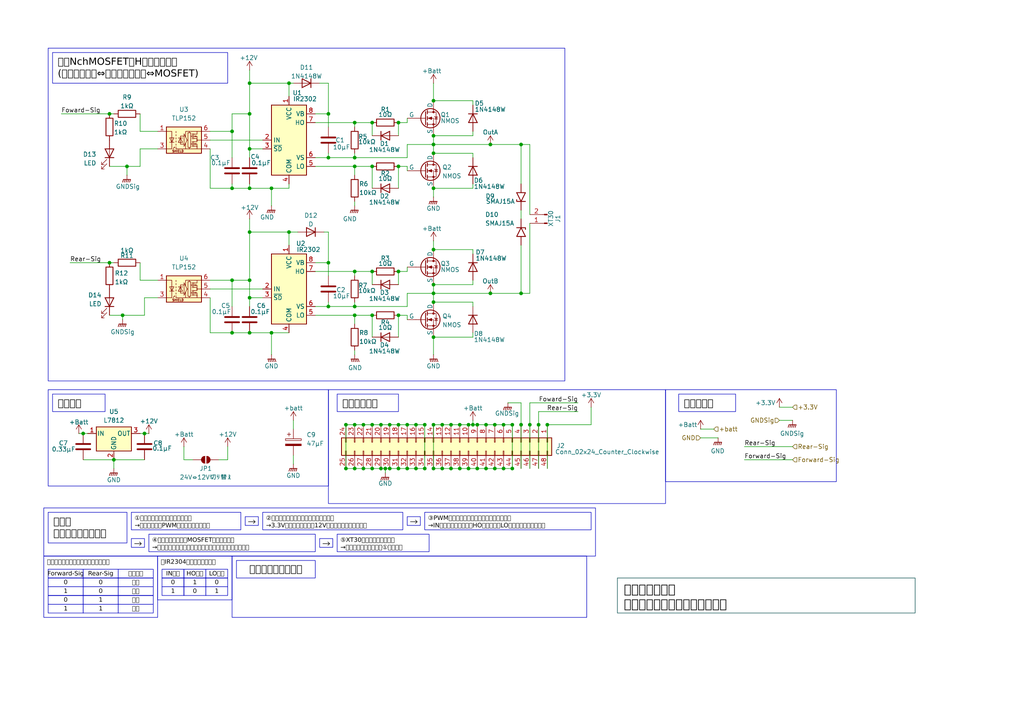
<source format=kicad_sch>
(kicad_sch (version 20231120) (generator "eeschema") (generator_version "8.0")
  (paper "A4")
  (lib_symbols
    (symbol "Connector:Conn_01x02_Pin" (pin_names (offset 1.016) hide)
      (property "Reference" "J" (at 0 2.54 0))
      (property "Value" "Conn_01x02_Pin" (at 0 -5.08 0))
      (symbol "Conn_01x02_Pin_1_1"
        (pin passive line (at 5.08 0 180) (length 3.81) (name "Pin_1") (number "1"))
        (pin passive line (at 5.08 -2.54 180) (length 3.81) (name "Pin_2") (number "2"))
      )
    )
    (symbol "Connector_Generic:Conn_02x24_Counter_Clockwise" (pin_names (offset 1.016) hide)
      (property "Reference" "J" (at 1.27 30.48 0))
      (property "Value" "Conn_02x24_Counter_Clockwise" (at 1.27 -33.02 0))
      (symbol "Conn_02x24_Counter_Clockwise_1_1"
        (pin passive line (at -5.08 27.94 0) (length 3.81) (name "Pin_1") (number "1"))
        (pin passive line (at -5.08 5.08 0) (length 3.81) (name "Pin_10") (number "10"))
        (pin passive line (at -5.08 2.54 0) (length 3.81) (name "Pin_11") (number "11"))
        (pin passive line (at -5.08 0 0) (length 3.81) (name "Pin_12") (number "12"))
        (pin passive line (at -5.08 -2.54 0) (length 3.81) (name "Pin_13") (number "13"))
        (pin passive line (at -5.08 -5.08 0) (length 3.81) (name "Pin_14") (number "14"))
        (pin passive line (at -5.08 -7.62 0) (length 3.81) (name "Pin_15") (number "15"))
        (pin passive line (at -5.08 -10.16 0) (length 3.81) (name "Pin_16") (number "16"))
        (pin passive line (at -5.08 -12.7 0) (length 3.81) (name "Pin_17") (number "17"))
        (pin passive line (at -5.08 -15.24 0) (length 3.81) (name "Pin_18") (number "18"))
        (pin passive line (at -5.08 -17.78 0) (length 3.81) (name "Pin_19") (number "19"))
        (pin passive line (at -5.08 25.4 0) (length 3.81) (name "Pin_2") (number "2"))
        (pin passive line (at -5.08 -20.32 0) (length 3.81) (name "Pin_20") (number "20"))
        (pin passive line (at -5.08 -22.86 0) (length 3.81) (name "Pin_21") (number "21"))
        (pin passive line (at -5.08 -25.4 0) (length 3.81) (name "Pin_22") (number "22"))
        (pin passive line (at -5.08 -27.94 0) (length 3.81) (name "Pin_23") (number "23"))
        (pin passive line (at -5.08 -30.48 0) (length 3.81) (name "Pin_24") (number "24"))
        (pin passive line (at 7.62 -30.48 180) (length 3.81) (name "Pin_25") (number "25"))
        (pin passive line (at 7.62 -27.94 180) (length 3.81) (name "Pin_26") (number "26"))
        (pin passive line (at 7.62 -25.4 180) (length 3.81) (name "Pin_27") (number "27"))
        (pin passive line (at 7.62 -22.86 180) (length 3.81) (name "Pin_28") (number "28"))
        (pin passive line (at 7.62 -20.32 180) (length 3.81) (name "Pin_29") (number "29"))
        (pin passive line (at -5.08 22.86 0) (length 3.81) (name "Pin_3") (number "3"))
        (pin passive line (at 7.62 -17.78 180) (length 3.81) (name "Pin_30") (number "30"))
        (pin passive line (at 7.62 -15.24 180) (length 3.81) (name "Pin_31") (number "31"))
        (pin passive line (at 7.62 -12.7 180) (length 3.81) (name "Pin_32") (number "32"))
        (pin passive line (at 7.62 -10.16 180) (length 3.81) (name "Pin_33") (number "33"))
        (pin passive line (at 7.62 -7.62 180) (length 3.81) (name "Pin_34") (number "34"))
        (pin passive line (at 7.62 -5.08 180) (length 3.81) (name "Pin_35") (number "35"))
        (pin passive line (at 7.62 -2.54 180) (length 3.81) (name "Pin_36") (number "36"))
        (pin passive line (at 7.62 0 180) (length 3.81) (name "Pin_37") (number "37"))
        (pin passive line (at 7.62 2.54 180) (length 3.81) (name "Pin_38") (number "38"))
        (pin passive line (at 7.62 5.08 180) (length 3.81) (name "Pin_39") (number "39"))
        (pin passive line (at -5.08 20.32 0) (length 3.81) (name "Pin_4") (number "4"))
        (pin passive line (at 7.62 7.62 180) (length 3.81) (name "Pin_40") (number "40"))
        (pin passive line (at 7.62 10.16 180) (length 3.81) (name "Pin_41") (number "41"))
        (pin passive line (at 7.62 12.7 180) (length 3.81) (name "Pin_42") (number "42"))
        (pin passive line (at 7.62 15.24 180) (length 3.81) (name "Pin_43") (number "43"))
        (pin passive line (at 7.62 17.78 180) (length 3.81) (name "Pin_44") (number "44"))
        (pin passive line (at 7.62 20.32 180) (length 3.81) (name "Pin_45") (number "45"))
        (pin passive line (at 7.62 22.86 180) (length 3.81) (name "Pin_46") (number "46"))
        (pin passive line (at 7.62 25.4 180) (length 3.81) (name "Pin_47") (number "47"))
        (pin passive line (at 7.62 27.94 180) (length 3.81) (name "Pin_48") (number "48"))
        (pin passive line (at -5.08 17.78 0) (length 3.81) (name "Pin_5") (number "5"))
        (pin passive line (at -5.08 15.24 0) (length 3.81) (name "Pin_6") (number "6"))
        (pin passive line (at -5.08 12.7 0) (length 3.81) (name "Pin_7") (number "7"))
        (pin passive line (at -5.08 10.16 0) (length 3.81) (name "Pin_8") (number "8"))
        (pin passive line (at -5.08 7.62 0) (length 3.81) (name "Pin_9") (number "9"))
      )
    )
    (symbol "Device:C" (pin_numbers hide) (pin_names (offset 0.254))
      (property "Reference" "C" (at 0.635 2.54 0))
      (property "Value" "C" (at 0.635 -2.54 0))
      (symbol "C_1_1"
        (pin passive line (at 0 3.81 270) (length 2.794) (name "~") (number "1"))
        (pin passive line (at 0 -3.81 90) (length 2.794) (name "~") (number "2"))
      )
    )
    (symbol "Device:C_Polarized" (pin_numbers hide) (pin_names (offset 0.254))
      (property "Reference" "C" (at 0.635 2.54 0))
      (property "Value" "C_Polarized" (at 0.635 -2.54 0))
      (symbol "C_Polarized_1_1"
        (pin passive line (at 0 3.81 270) (length 2.794) (name "~") (number "1"))
        (pin passive line (at 0 -3.81 90) (length 2.794) (name "~") (number "2"))
      )
    )
    (symbol "Device:D" (pin_numbers hide) (pin_names (offset 1.016) hide)
      (property "Reference" "D" (at 0 2.54 0))
      (property "Value" "D" (at 0 -2.54 0))
      (symbol "D_1_1"
        (pin passive line (at -3.81 0 0) (length 2.54) (name "K") (number "1"))
        (pin passive line (at 3.81 0 180) (length 2.54) (name "A") (number "2"))
      )
    )
    (symbol "Device:LED" (pin_numbers hide) (pin_names (offset 1.016) hide)
      (property "Reference" "D" (at 0 2.54 0))
      (property "Value" "LED" (at 0 -2.54 0))
      (symbol "LED_1_1"
        (pin passive line (at -3.81 0 0) (length 2.54) (name "K") (number "1"))
        (pin passive line (at 3.81 0 180) (length 2.54) (name "A") (number "2"))
      )
    )
    (symbol "Device:R" (pin_numbers hide) (pin_names (offset 0))
      (property "Reference" "R" (at 2.032 0 90))
      (property "Value" "R" (at 0 0 90))
      (symbol "R_1_1"
        (pin passive line (at 0 3.81 270) (length 1.27) (name "~") (number "1"))
        (pin passive line (at 0 -3.81 90) (length 1.27) (name "~") (number "2"))
      )
    )
    (symbol "Diode:SMAJ15A" (pin_numbers hide) (pin_names (offset 1.016) hide)
      (property "Reference" "D" (at 0 2.54 0))
      (property "Value" "SMAJ15A" (at 0 -2.54 0))
      (symbol "SMAJ15A_1_1"
        (pin passive line (at -3.81 0 0) (length 2.54) (name "A1") (number "1"))
        (pin passive line (at 3.81 0 180) (length 2.54) (name "A2") (number "2"))
      )
    )
    (symbol "Driver_FET:IR2302"
      (property "Reference" "U" (at 1.27 13.335 0))
      (property "Value" "IR2302" (at 1.27 11.43 0))
      (symbol "IR2302_1_1"
        (pin power_in line (at 0 12.7 270) (length 2.54) (name "VCC") (number "1"))
        (pin input line (at -7.62 0 0) (length 2.54) (name "IN") (number "2"))
        (pin input line (at -7.62 -2.54 0) (length 2.54) (name "~{SD}") (number "3"))
        (pin power_in line (at 0 -12.7 90) (length 2.54) (name "COM") (number "4"))
        (pin output line (at 7.62 -7.62 180) (length 2.54) (name "LO") (number "5"))
        (pin passive line (at 7.62 -5.08 180) (length 2.54) (name "VS") (number "6"))
        (pin output line (at 7.62 5.08 180) (length 2.54) (name "HO") (number "7"))
        (pin passive line (at 7.62 7.62 180) (length 2.54) (name "VB") (number "8"))
      )
    )
    (symbol "Isolator_additional:TLP152"
      (property "Reference" "U" (at -5.08 4.953 0))
      (property "Value" "TLP152" (at -5.08 -5.08 0))
      (symbol "TLP152_0_0"
        (text "SHIELD" (at -1.7272 -3.2004 0) (effects (font (size 0.635 0.635))))
      )
      (symbol "TLP152_1_1"
        (pin passive line (at -7.62 2.54 0) (length 2.54) (name "~") (number "1"))
        (pin passive line (at -7.62 -2.54 0) (length 2.54) (name "~") (number "3"))
        (pin power_in line (at 7.62 -2.54 180) (length 2.54) (name "~") (number "4"))
        (pin output line (at 7.62 0 180) (length 2.54) (name "~") (number "5"))
        (pin power_in line (at 7.62 2.54 180) (length 2.54) (name "~") (number "6"))
      )
    )
    (symbol "Jumper:SolderJumper_2_Open" (pin_numbers hide) (pin_names (offset 0) hide) (exclude_from_sim yes) (in_bom no)
      (property "Reference" "JP" (at 0 2.032 0))
      (property "Value" "SolderJumper_2_Open" (at 0 -2.54 0))
      (symbol "SolderJumper_2_Open_1_1"
        (pin passive line (at -3.81 0 0) (length 2.54) (name "A") (number "1"))
        (pin passive line (at 3.81 0 180) (length 2.54) (name "B") (number "2"))
      )
    )
    (symbol "Regulator_Linear:L7812" (pin_names (offset 0.254))
      (property "Reference" "U" (at -3.81 3.175 0))
      (property "Value" "L7812" (at 0 3.175 0))
      (symbol "L7812_1_1"
        (pin power_in line (at -7.62 0 0) (length 2.54) (name "IN") (number "1"))
        (pin power_in line (at 0 -7.62 90) (length 2.54) (name "GND") (number "2"))
        (pin power_out line (at 7.62 0 180) (length 2.54) (name "OUT") (number "3"))
      )
    )
    (symbol "Simulation_SPICE:NMOS" (pin_numbers hide) (pin_names (offset 0))
      (property "Reference" "Q" (at 5.08 1.27 0))
      (property "Value" "NMOS" (at 5.08 -1.27 0))
      (symbol "NMOS_1_1"
        (pin passive line (at 2.54 5.08 270) (length 2.54) (name "D") (number "1"))
        (pin input line (at -5.08 0 0) (length 2.54) (name "G") (number "2"))
        (pin passive line (at 2.54 -5.08 90) (length 2.54) (name "S") (number "3"))
      )
    )
    (symbol "power:+3.3V" (power) (pin_numbers hide) (pin_names (offset 0) hide)
      (property "Value" "+3.3V" (at 0 3.556 0))
      (symbol "+3.3V_1_1"
        (pin power_in line (at 0 0 90) (length 0) (name "~") (number "1"))
      )
    )
    (symbol "power:GNDPWR" (power) (pin_numbers hide) (pin_names (offset 0) hide)
      (property "Value" "GNDPWR" (at 0 -3.302 0))
      (symbol "GNDPWR_1_1"
        (pin power_in line (at 0 0 270) (length 0) (name "~") (number "1"))
      )
    )
    (symbol "power:VCC" (power) (pin_numbers hide) (pin_names (offset 0) hide)
      (property "Value" "VCC" (at 0 3.556 0))
      (symbol "VCC_1_1"
        (pin power_in line (at 0 0 90) (length 0) (name "~") (number "1"))
      )
    )
  )
  (junction (at 133.35 123.19))
  (junction (at 115.57 78.74))
  (junction (at 123.19 123.19))
  (junction (at 67.31 38.1))
  (junction (at 113.03 135.89))
  (junction (at 67.31 96.52))
  (junction (at 118.11 135.89))
  (junction (at 118.11 123.19))
  (junction (at 125.73 87.63))
  (junction (at 146.05 123.19))
  (junction (at 125.73 44.45))
  (junction (at 72.39 96.52))
  (junction (at 107.95 123.19))
  (junction (at 41.91 125.73))
  (junction (at 151.13 41.91))
  (junction (at 125.73 54.61))
  (junction (at 105.41 135.89))
  (junction (at 128.27 135.89))
  (junction (at 128.27 123.19))
  (junction (at 120.65 135.89))
  (junction (at 113.03 123.19))
  (junction (at 110.49 135.89))
  (junction (at 31.75 76.2))
  (junction (at 36.83 48.26))
  (junction (at 95.25 33.02))
  (junction (at 67.31 81.28))
  (junction (at 151.13 85.09))
  (junction (at 135.89 123.19))
  (junction (at 107.95 78.74))
  (junction (at 72.39 81.28))
  (junction (at 102.87 135.89))
  (junction (at 135.89 135.89))
  (junction (at 105.41 123.19))
  (junction (at 115.57 135.89))
  (junction (at 110.49 123.19))
  (junction (at 35.56 91.44))
  (junction (at 102.87 48.26))
  (junction (at 142.24 85.09))
  (junction (at 125.73 135.89))
  (junction (at 83.82 67.31))
  (junction (at 146.05 135.89))
  (junction (at 107.95 48.26))
  (junction (at 125.73 85.09))
  (junction (at 125.73 41.91))
  (junction (at 95.25 88.9))
  (junction (at 125.73 72.39))
  (junction (at 133.35 135.89))
  (junction (at 143.51 135.89))
  (junction (at 72.39 24.13))
  (junction (at 111.76 135.89))
  (junction (at 100.33 123.19))
  (junction (at 72.39 86.36))
  (junction (at 78.74 96.52))
  (junction (at 130.81 123.19))
  (junction (at 24.13 125.73))
  (junction (at 115.57 123.19))
  (junction (at 156.21 123.19))
  (junction (at 140.97 135.89))
  (junction (at 125.73 123.19))
  (junction (at 120.65 123.19))
  (junction (at 102.87 91.44))
  (junction (at 33.02 133.35))
  (junction (at 102.87 123.19))
  (junction (at 140.97 123.19))
  (junction (at 148.59 123.19))
  (junction (at 102.87 88.9))
  (junction (at 67.31 54.61))
  (junction (at 153.67 123.19))
  (junction (at 158.75 123.19))
  (junction (at 143.51 123.19))
  (junction (at 115.57 48.26))
  (junction (at 138.43 123.19))
  (junction (at 107.95 91.44))
  (junction (at 125.73 97.79))
  (junction (at 107.95 35.56))
  (junction (at 115.57 35.56))
  (junction (at 102.87 78.74))
  (junction (at 95.25 76.2))
  (junction (at 78.74 54.61))
  (junction (at 72.39 33.02))
  (junction (at 31.75 33.02))
  (junction (at 102.87 45.72))
  (junction (at 72.39 67.31))
  (junction (at 95.25 45.72))
  (junction (at 100.33 135.89))
  (junction (at 125.73 82.55))
  (junction (at 151.13 123.19))
  (junction (at 142.24 41.91))
  (junction (at 107.95 135.89))
  (junction (at 125.73 39.37))
  (junction (at 83.82 24.13))
  (junction (at 148.59 135.89))
  (junction (at 72.39 43.18))
  (junction (at 130.81 135.89))
  (junction (at 138.43 135.89))
  (junction (at 123.19 135.89))
  (junction (at 125.73 29.21))
  (junction (at 72.39 54.61))
  (junction (at 137.16 123.19))
  (junction (at 102.87 35.56))
  (junction (at 115.57 91.44))
  (wire (pts (xy 151.13 60.96) (xy 151.13 63.5)))
  (wire (pts (xy 156.21 119.38) (xy 156.21 123.19)))
  (wire (pts (xy 17.78 33.02) (xy 31.75 33.02)))
  (wire (pts (xy 142.24 85.09) (xy 151.13 85.09)))
  (wire (pts (xy 40.64 33.02) (xy 40.64 38.1)))
  (wire (pts (xy 123.19 135.89) (xy 120.65 135.89)))
  (wire (pts (xy 24.13 133.35) (xy 33.02 133.35)))
  (wire (pts (xy 40.64 38.1) (xy 45.72 38.1)))
  (wire (pts (xy 105.41 135.89) (xy 102.87 135.89)))
  (wire (pts (xy 83.82 27.94) (xy 83.82 24.13)))
  (wire (pts (xy 85.09 132.08) (xy 85.09 134.62)))
  (wire (pts (xy 148.59 123.19) (xy 148.59 135.89)))
  (wire (pts (xy 143.51 123.19) (xy 140.97 123.19)))
  (wire (pts (xy 110.49 123.19) (xy 107.95 123.19)))
  (wire (pts (xy 111.76 137.16) (xy 111.76 135.89)))
  (wire (pts (xy 40.64 43.18) (xy 40.64 48.26)))
  (wire (pts (xy 135.89 135.89) (xy 133.35 135.89)))
  (wire (pts (xy 137.16 44.45) (xy 125.73 44.45)))
  (wire (pts (xy 102.87 93.98) (xy 102.87 91.44)))
  (wire (pts (xy 138.43 135.89) (xy 135.89 135.89)))
  (wire (pts (xy 31.75 91.44) (xy 35.56 91.44)))
  (wire (pts (xy 171.45 118.11) (xy 171.45 123.19)))
  (wire (pts (xy 92.71 24.13) (xy 95.25 24.13)))
  (wire (pts (xy 102.87 35.56) (xy 107.95 35.56)))
  (wire (pts (xy 151.13 85.09) (xy 153.67 85.09)))
  (wire (pts (xy 102.87 44.45) (xy 102.87 45.72)))
  (wire (pts (xy 115.57 135.89) (xy 113.03 135.89)))
  (wire (pts (xy 153.67 116.84) (xy 153.67 123.19)))
  (wire (pts (xy 125.73 41.91) (xy 142.24 41.91)))
  (wire (pts (xy 91.44 91.44) (xy 102.87 91.44)))
  (wire (pts (xy 107.95 123.19) (xy 105.41 123.19)))
  (wire (pts (xy 137.16 97.79) (xy 125.73 97.79)))
  (wire (pts (xy 226.06 121.92) (xy 229.87 121.92)))
  (wire (pts (xy 63.5 133.35) (xy 66.04 133.35)))
  (wire (pts (xy 78.74 54.61) (xy 78.74 59.69)))
  (wire (pts (xy 100.33 123.19) (xy 100.33 135.89)))
  (wire (pts (xy 72.39 33.02) (xy 72.39 24.13)))
  (wire (pts (xy 137.16 87.63) (xy 125.73 87.63)))
  (wire (pts (xy 111.76 135.89) (xy 110.49 135.89)))
  (wire (pts (xy 137.16 53.34) (xy 137.16 54.61)))
  (wire (pts (xy 133.35 135.89) (xy 130.81 135.89)))
  (wire (pts (xy 72.39 63.5) (xy 72.39 67.31)))
  (wire (pts (xy 107.95 35.56) (xy 107.95 39.37)))
  (wire (pts (xy 83.82 71.12) (xy 83.82 67.31)))
  (wire (pts (xy 102.87 78.74) (xy 102.87 80.01)))
  (wire (pts (xy 91.44 78.74) (xy 102.87 78.74)))
  (wire (pts (xy 102.87 91.44) (xy 107.95 91.44)))
  (wire (pts (xy 20.32 76.2) (xy 31.75 76.2)))
  (wire (pts (xy 115.57 91.44) (xy 118.11 91.44)))
  (wire (pts (xy 72.39 67.31) (xy 72.39 81.28)))
  (wire (pts (xy 167.64 116.84) (xy 153.67 116.84)))
  (wire (pts (xy 151.13 41.91) (xy 153.67 41.91)))
  (wire (pts (xy 137.16 88.9) (xy 137.16 87.63)))
  (wire (pts (xy 102.87 78.74) (xy 107.95 78.74)))
  (wire (pts (xy 95.25 76.2) (xy 95.25 80.01)))
  (wire (pts (xy 140.97 123.19) (xy 138.43 123.19)))
  (wire (pts (xy 137.16 39.37) (xy 125.73 39.37)))
  (wire (pts (xy 118.11 78.74) (xy 118.11 77.47)))
  (wire (pts (xy 125.73 41.91) (xy 125.73 44.45)))
  (wire (pts (xy 115.57 35.56) (xy 115.57 39.37)))
  (wire (pts (xy 40.64 81.28) (xy 40.64 76.2)))
  (wire (pts (xy 153.67 123.19) (xy 153.67 135.89)))
  (wire (pts (xy 137.16 121.92) (xy 137.16 123.19)))
  (wire (pts (xy 66.04 129.54) (xy 66.04 133.35)))
  (wire (pts (xy 118.11 41.91) (xy 125.73 41.91)))
  (wire (pts (xy 158.75 123.19) (xy 158.75 135.89)))
  (wire (pts (xy 118.11 85.09) (xy 125.73 85.09)))
  (wire (pts (xy 151.13 71.12) (xy 151.13 85.09)))
  (wire (pts (xy 67.31 81.28) (xy 67.31 88.9)))
  (wire (pts (xy 137.16 123.19) (xy 135.89 123.19)))
  (wire (pts (xy 72.39 81.28) (xy 67.31 81.28)))
  (wire (pts (xy 60.96 40.64) (xy 76.2 40.64)))
  (wire (pts (xy 133.35 123.19) (xy 130.81 123.19)))
  (wire (pts (xy 107.95 78.74) (xy 107.95 82.55)))
  (wire (pts (xy 143.51 135.89) (xy 140.97 135.89)))
  (wire (pts (xy 137.16 38.1) (xy 137.16 39.37)))
  (wire (pts (xy 67.31 33.02) (xy 72.39 33.02)))
  (wire (pts (xy 118.11 123.19) (xy 115.57 123.19)))
  (wire (pts (xy 102.87 50.8) (xy 102.87 48.26)))
  (wire (pts (xy 137.16 82.55) (xy 125.73 82.55)))
  (wire (pts (xy 72.39 43.18) (xy 72.39 33.02)))
  (wire (pts (xy 128.27 123.19) (xy 125.73 123.19)))
  (wire (pts (xy 146.05 123.19) (xy 143.51 123.19)))
  (wire (pts (xy 95.25 33.02) (xy 95.25 36.83)))
  (wire (pts (xy 167.64 119.38) (xy 156.21 119.38)))
  (wire (pts (xy 115.57 123.19) (xy 113.03 123.19)))
  (wire (pts (xy 203.2 127) (xy 208.28 127)))
  (wire (pts (xy 72.39 67.31) (xy 83.82 67.31)))
  (wire (pts (xy 53.34 133.35) (xy 55.88 133.35)))
  (wire (pts (xy 85.09 121.92) (xy 85.09 124.46)))
  (wire (pts (xy 118.11 48.26) (xy 118.11 49.53)))
  (wire (pts (xy 72.39 45.72) (xy 72.39 43.18)))
  (wire (pts (xy 151.13 123.19) (xy 151.13 135.89)))
  (wire (pts (xy 102.87 48.26) (xy 107.95 48.26)))
  (wire (pts (xy 118.11 135.89) (xy 115.57 135.89)))
  (wire (pts (xy 36.83 48.26) (xy 40.64 48.26)))
  (wire (pts (xy 125.73 123.19) (xy 125.73 135.89)))
  (wire (pts (xy 125.73 24.13) (xy 125.73 29.21)))
  (wire (pts (xy 142.24 41.91) (xy 151.13 41.91)))
  (wire (pts (xy 203.2 124.46) (xy 207.01 124.46)))
  (wire (pts (xy 72.39 43.18) (xy 76.2 43.18)))
  (wire (pts (xy 95.25 24.13) (xy 95.25 33.02)))
  (wire (pts (xy 137.16 45.72) (xy 137.16 44.45)))
  (wire (pts (xy 115.57 48.26) (xy 118.11 48.26)))
  (wire (pts (xy 31.75 48.26) (xy 36.83 48.26)))
  (wire (pts (xy 102.87 88.9) (xy 118.11 88.9)))
  (wire (pts (xy 60.96 38.1) (xy 67.31 38.1)))
  (wire (pts (xy 128.27 135.89) (xy 125.73 135.89)))
  (wire (pts (xy 102.87 123.19) (xy 100.33 123.19)))
  (wire (pts (xy 35.56 91.44) (xy 35.56 92.71)))
  (wire (pts (xy 125.73 54.61) (xy 125.73 57.15)))
  (wire (pts (xy 125.73 85.09) (xy 125.73 87.63)))
  (wire (pts (xy 102.87 135.89) (xy 100.33 135.89)))
  (wire (pts (xy 137.16 96.52) (xy 137.16 97.79)))
  (wire (pts (xy 137.16 73.66) (xy 137.16 72.39)))
  (wire (pts (xy 118.11 88.9) (xy 118.11 85.09)))
  (wire (pts (xy 95.25 88.9) (xy 102.87 88.9)))
  (wire (pts (xy 67.31 38.1) (xy 67.31 45.72)))
  (wire (pts (xy 125.73 82.55) (xy 125.73 85.09)))
  (wire (pts (xy 41.91 125.73) (xy 43.18 125.73)))
  (wire (pts (xy 125.73 97.79) (xy 125.73 102.87)))
  (wire (pts (xy 123.19 123.19) (xy 123.19 135.89)))
  (wire (pts (xy 95.25 44.45) (xy 95.25 45.72)))
  (wire (pts (xy 60.96 54.61) (xy 67.31 54.61)))
  (wire (pts (xy 67.31 38.1) (xy 67.31 33.02)))
  (wire (pts (xy 76.2 83.82) (xy 60.96 83.82)))
  (wire (pts (xy 91.44 45.72) (xy 95.25 45.72)))
  (wire (pts (xy 60.96 43.18) (xy 60.96 54.61)))
  (wire (pts (xy 137.16 54.61) (xy 125.73 54.61)))
  (wire (pts (xy 118.11 91.44) (xy 118.11 92.71)))
  (wire (pts (xy 45.72 81.28) (xy 40.64 81.28)))
  (wire (pts (xy 107.95 48.26) (xy 107.95 54.61)))
  (wire (pts (xy 125.73 39.37) (xy 125.73 41.91)))
  (wire (pts (xy 60.96 86.36) (xy 60.96 96.52)))
  (wire (pts (xy 95.25 67.31) (xy 95.25 76.2)))
  (wire (pts (xy 95.25 87.63) (xy 95.25 88.9)))
  (wire (pts (xy 83.82 24.13) (xy 85.09 24.13)))
  (wire (pts (xy 67.31 53.34) (xy 67.31 54.61)))
  (wire (pts (xy 31.75 33.02) (xy 33.02 33.02)))
  (wire (pts (xy 91.44 88.9) (xy 95.25 88.9)))
  (wire (pts (xy 107.95 91.44) (xy 107.95 97.79)))
  (wire (pts (xy 120.65 135.89) (xy 118.11 135.89)))
  (wire (pts (xy 102.87 58.42) (xy 102.87 59.69)))
  (wire (pts (xy 33.02 133.35) (xy 33.02 135.89)))
  (wire (pts (xy 41.91 86.36) (xy 41.91 91.44)))
  (wire (pts (xy 72.39 54.61) (xy 78.74 54.61)))
  (wire (pts (xy 91.44 76.2) (xy 95.25 76.2)))
  (wire (pts (xy 72.39 86.36) (xy 72.39 81.28)))
  (wire (pts (xy 72.39 54.61) (xy 72.39 53.34)))
  (wire (pts (xy 118.11 35.56) (xy 118.11 34.29)))
  (wire (pts (xy 153.67 62.23) (xy 153.67 41.91)))
  (wire (pts (xy 102.87 45.72) (xy 118.11 45.72)))
  (wire (pts (xy 67.31 54.61) (xy 72.39 54.61)))
  (wire (pts (xy 137.16 30.48) (xy 137.16 29.21)))
  (wire (pts (xy 78.74 54.61) (xy 83.82 54.61)))
  (wire (pts (xy 137.16 81.28) (xy 137.16 82.55)))
  (wire (pts (xy 151.13 41.91) (xy 151.13 53.34)))
  (wire (pts (xy 102.87 35.56) (xy 102.87 36.83)))
  (wire (pts (xy 115.57 78.74) (xy 115.57 82.55)))
  (wire (pts (xy 118.11 45.72) (xy 118.11 41.91)))
  (wire (pts (xy 113.03 123.19) (xy 110.49 123.19)))
  (wire (pts (xy 153.67 85.09) (xy 153.67 64.77)))
  (wire (pts (xy 125.73 69.85) (xy 125.73 72.39)))
  (wire (pts (xy 35.56 91.44) (xy 41.91 91.44)))
  (wire (pts (xy 78.74 96.52) (xy 72.39 96.52)))
  (wire (pts (xy 125.73 85.09) (xy 142.24 85.09)))
  (wire (pts (xy 115.57 48.26) (xy 115.57 54.61)))
  (wire (pts (xy 115.57 91.44) (xy 115.57 97.79)))
  (wire (pts (xy 102.87 87.63) (xy 102.87 88.9)))
  (wire (pts (xy 78.74 96.52) (xy 78.74 102.87)))
  (wire (pts (xy 31.75 76.2) (xy 33.02 76.2)))
  (wire (pts (xy 148.59 123.19) (xy 146.05 123.19)))
  (wire (pts (xy 72.39 96.52) (xy 67.31 96.52)))
  (wire (pts (xy 115.57 78.74) (xy 118.11 78.74)))
  (wire (pts (xy 226.06 118.11) (xy 229.87 118.11)))
  (wire (pts (xy 91.44 33.02) (xy 95.25 33.02)))
  (wire (pts (xy 137.16 29.21) (xy 125.73 29.21)))
  (wire (pts (xy 45.72 43.18) (xy 40.64 43.18)))
  (wire (pts (xy 72.39 86.36) (xy 76.2 86.36)))
  (wire (pts (xy 135.89 123.19) (xy 133.35 123.19)))
  (wire (pts (xy 72.39 20.32) (xy 72.39 24.13)))
  (wire (pts (xy 95.25 45.72) (xy 102.87 45.72)))
  (wire (pts (xy 137.16 72.39) (xy 125.73 72.39)))
  (wire (pts (xy 60.96 81.28) (xy 67.31 81.28)))
  (wire (pts (xy 40.64 125.73) (xy 41.91 125.73)))
  (wire (pts (xy 113.03 135.89) (xy 111.76 135.89)))
  (wire (pts (xy 93.98 67.31) (xy 95.25 67.31)))
  (wire (pts (xy 147.32 116.84) (xy 151.13 116.84)))
  (wire (pts (xy 148.59 135.89) (xy 146.05 135.89)))
  (wire (pts (xy 107.95 135.89) (xy 105.41 135.89)))
  (wire (pts (xy 130.81 123.19) (xy 128.27 123.19)))
  (wire (pts (xy 156.21 123.19) (xy 156.21 135.89)))
  (wire (pts (xy 123.19 123.19) (xy 120.65 123.19)))
  (wire (pts (xy 105.41 123.19) (xy 102.87 123.19)))
  (wire (pts (xy 33.02 133.35) (xy 41.91 133.35)))
  (wire (pts (xy 102.87 101.6) (xy 102.87 102.87)))
  (wire (pts (xy 24.13 125.73) (xy 25.4 125.73)))
  (wire (pts (xy 120.65 123.19) (xy 118.11 123.19)))
  (wire (pts (xy 72.39 88.9) (xy 72.39 86.36)))
  (wire (pts (xy 78.74 96.52) (xy 83.82 96.52)))
  (wire (pts (xy 72.39 24.13) (xy 83.82 24.13)))
  (wire (pts (xy 22.86 125.73) (xy 24.13 125.73)))
  (wire (pts (xy 83.82 54.61) (xy 83.82 53.34)))
  (wire (pts (xy 215.9 133.35) (xy 229.87 133.35)))
  (wire (pts (xy 53.34 129.54) (xy 53.34 133.35)))
  (wire (pts (xy 91.44 35.56) (xy 102.87 35.56)))
  (wire (pts (xy 91.44 48.26) (xy 102.87 48.26)))
  (wire (pts (xy 110.49 135.89) (xy 107.95 135.89)))
  (wire (pts (xy 146.05 135.89) (xy 143.51 135.89)))
  (wire (pts (xy 171.45 123.19) (xy 158.75 123.19)))
  (wire (pts (xy 83.82 67.31) (xy 86.36 67.31)))
  (wire (pts (xy 45.72 86.36) (xy 41.91 86.36)))
  (wire (pts (xy 67.31 96.52) (xy 60.96 96.52)))
  (wire (pts (xy 115.57 35.56) (xy 118.11 35.56)))
  (wire (pts (xy 130.81 135.89) (xy 128.27 135.89)))
  (wire (pts (xy 151.13 123.19) (xy 151.13 116.84)))
  (wire (pts (xy 138.43 123.19) (xy 137.16 123.19)))
  (wire (pts (xy 215.9 129.54) (xy 229.87 129.54)))
  (wire (pts (xy 36.83 48.26) (xy 36.83 50.8)))
  (wire (pts (xy 140.97 135.89) (xy 138.43 135.89)))
  (rectangle (start 193.04 113.03) (end 242.57 139.7))
  (rectangle (start 67.31 161.29) (end 170.18 179.07))
  (rectangle (start 13.97 113.03) (end 95.25 140.97))
  (rectangle (start 12.7 147.32) (end 172.72 161.29))
  (rectangle (start 95.25 113.03) (end 193.04 146.05))
  (rectangle (start 13.97 13.97) (end 163.83 110.49))
  (text_box "④出力された信号がMOSFETに入力される\n→この信号の組み合わせでモータの前転・後転が決まる。" (at 43.18 154.94 0) (size 48.26 5.08) (effects (font (size 1.27 1.27)) (justify left top)))
  (text_box "1" (at 24.13 172.72 0) (size 10.16 2.54) (effects (font (size 1.27 1.27))))
  (text_box "LO端子" (at 59.69 165.1 0) (size 6.35 2.54) (effects (font (size 1.27 1.27))))
  (text_box "0" (at 53.34 170.18 0) (size 6.35 2.54) (effects (font (size 1.27 1.27))))
  (text_box "⑤XT30のコネクタから出力\n→これにてフロー終了。①に戻る。" (at 97.79 154.94 0) (size 26.67 5.08) (effects (font (size 1.27 1.27)) (justify left top)))
  (text_box "補助回路" (at 15.24 114.3 0) (size 15.24 5.08) (effects (font (size 2.032 2.032)) (justify left top)))
  (text_box "〈IR2304・動作真理値表〉\n" (at 45.72 161.29 0) (size 21.59 12.7) (effects (font (size 1.27 1.27)) (justify left top)))
  (text_box "0" (at 24.13 170.18 0) (size 10.16 2.54) (effects (font (size 1.27 1.27))))
  (text_box "コネクタ回路\n" (at 97.79 114.3 0) (size 17.78 5.08) (effects (font (size 2.032 2.032)) (justify left top)))
  (text_box "説明欄\n「フローチャート」" (at 13.97 148.59 0) (size 22.86 8.89) (effects (font (size 2.032 2.032)) (justify left top)))
  (text_box "1" (at 13.97 170.18 0) (size 10.16 2.54) (effects (font (size 1.27 1.27))))
  (text_box "1" (at 13.97 175.26 0) (size 10.16 2.54) (effects (font (size 1.27 1.27))))
  (text_box "IN端子" (at 46.99 165.1 0) (size 6.35 2.54) (effects (font (size 1.27 1.27))))
  (text_box "1" (at 59.69 170.18 0) (size 6.35 2.54) (effects (font (size 1.27 1.27))))
  (text_box "0" (at 13.97 172.72 0) (size 10.16 2.54) (effects (font (size 1.27 1.27))))
  (text_box "→" (at 118.11 149.86 0) (size 3.81 2.54) (effects (font (size 2.54 2.54))))
  (text_box "HO端子" (at 53.34 165.1 0) (size 6.35 2.54) (effects (font (size 1.27 1.27))))
  (text_box "②フォトカプラ出力側に信号が吐かれる\n→3.3Vベースの信号から12Vベースの信号に変わる。" (at 76.2 148.59 0) (size 40.64 5.08) (effects (font (size 1.27 1.27)) (justify left top)))
  (text_box "1" (at 53.34 167.64 0) (size 6.35 2.54) (effects (font (size 1.27 1.27))))
  (text_box "フルNchMOSFET・Hブリッジ回路\n(フォトカプラ⇔ゲートドライバ⇔MOSFET)" (at 15.24 15.24 0) (size 50.8 8.89) (effects (font (size 2.032 2.032)) (justify left top)))
  (text_box "停止" (at 34.29 175.26 0) (size 10.16 2.54) (effects (font (size 1.27 1.27))))
  (text_box "→" (at 92.71 156.21 0) (size 3.81 2.54) (effects (font (size 2.54 2.54))))
  (text_box "丼モタの模造品\nモータードライバーカード基板" (at 179.07 167.64 0) (size 86.36 10.16) (stroke (width 0) (color 0 72 72 0)) (effects (font (size 2.54 2.54)) (justify left top)))
  (text_box "→" (at 38.1 156.21 0) (size 3.81 2.54) (effects (font (size 2.54 2.54))))
  (text_box "③PWM信号がゲートドライバに入力される。\n→IN端子に入力すると、HO端子またはLO端子から出力される。" (at 123.19 148.59 0) (size 48.26 5.08) (effects (font (size 1.27 1.27)) (justify left top)))
  (text_box "0" (at 13.97 167.64 0) (size 10.16 2.54) (effects (font (size 1.27 1.27))))
  (text_box "①フォトカプラ入力側に信号入力\n→マイコンからPWM信号が入力される。" (at 38.1 148.59 0) (size 31.75 5.08) (effects (font (size 1.27 1.27)) (justify left top)))
  (text_box "階層ラベル" (at 196.85 114.3 0) (size 16.51 5.08) (effects (font (size 2.032 2.032)) (justify left top)))
  (text_box "1" (at 24.13 175.26 0) (size 10.16 2.54) (effects (font (size 1.27 1.27))))
  (text_box "停止" (at 34.29 167.64 0) (size 10.16 2.54) (effects (font (size 1.27 1.27))))
  (text_box "説明欄「スペック」" (at 68.58 162.56 0) (size 22.86 5.08) (effects (font (size 2.032 2.032))))
  (text_box "1" (at 46.99 170.18 0) (size 6.35 2.54) (effects (font (size 1.27 1.27))))
  (text_box "Forward-Sig" (at 13.97 165.1 0) (size 10.16 2.54) (effects (font (size 1.27 1.27))))
  (text_box "0" (at 24.13 167.64 0) (size 10.16 2.54) (effects (font (size 1.27 1.27))))
  (text_box "0\n" (at 59.69 167.64 0) (size 6.35 2.54) (effects (font (size 1.27 1.27))))
  (text_box "逆転" (at 34.29 172.72 0) (size 10.16 2.54) (effects (font (size 1.27 1.27))))
  (text_box "→" (at 71.12 149.86 0) (size 3.81 2.54) (effects (font (size 2.54 2.54))))
  (text_box "0" (at 46.99 167.64 0) (size 6.35 2.54) (effects (font (size 1.27 1.27))))
  (text_box "Rear-Sig" (at 24.13 165.1 0) (size 10.16 2.54) (effects (font (size 1.27 1.27))))
  (text_box "〈入力に対するモーターの回転方向〉" (at 12.7 161.29 0) (size 33.02 17.78) (effects (font (size 1.27 1.27)) (justify left top)))
  (text_box "正転" (at 34.29 170.18 0) (size 10.16 2.54) (effects (font (size 1.27 1.27))))
  (text_box "回転方向" (at 34.29 165.1 0) (size 10.16 2.54) (effects (font (size 1.27 1.27))))
  (label "Foward-Sig" (at 167.64 116.84 180))
  (label "Rear-Sig" (at 20.32 76.2 0))
  (label "Rear-Sig" (at 215.9 129.54 0))
  (label "Foward-Sig" (at 17.78 33.02 0))
  (label "Rear-Sig" (at 167.64 119.38 180))
  (label "Forward-Sig" (at 215.9 133.35 0))
  (hierarchical_label "GND" (shape input) (at 203.2 127 180))
  (hierarchical_label "+3.3V" (shape input) (at 229.87 118.11 0))
  (hierarchical_label "Rear-Sig" (shape input) (at 229.87 129.54 0))
  (hierarchical_label "+batt" (shape input) (at 207.01 124.46 0))
  (hierarchical_label "GNDSig" (shape input) (at 226.06 121.92 180))
  (hierarchical_label "Forward-Sig" (shape input) (at 229.87 133.35 0))
  (symbol (lib_id "Device:LED") (at 31.75 44.45 270) (mirror x) (unit 1)
    (property "Reference" "D13" (at 27.94 44.7674 90) (effects (justify right)))
    (property "Value" "LED" (at 27.94 47.3074 90) (effects (justify right)))
    (property "Footprint" "LED_SMD:LED_0603_1608Metric" (effects (hide yes)))
    (property "Description" "Light emitting diode" (effects (hide yes)))
  )
  (symbol (lib_id "Device:C") (at 67.31 49.53 0) (unit 1)
    (property "Reference" "C3" (at 60.96 45.72 0) (effects (justify left)))
    (property "Value" "0.1μF" (at 61.214 47.244 0) (effects (justify left)))
    (property "Footprint" "Capacitor_SMD:C_0603_1608Metric" (effects (hide yes)))
    (property "Description" "Unpolarized capacitor" (effects (hide yes)))
  )
  (symbol (lib_id "Device:R") (at 111.76 35.56 90) (unit 1)
    (property "Reference" "R1" (at 111.76 31.75 90))
    (property "Value" "10Ω" (at 111.76 33.274 90))
    (property "Footprint" "Resistor_SMD:R_0603_1608Metric" (effects (hide yes)))
    (property "Description" "Resistor" (effects (hide yes)))
  )
  (symbol (lib_id "power:VCC") (at 85.09 121.92 0) (unit 1)
    (property "Reference" "#PWR010" (effects (hide yes)))
    (property "Value" "+batt" (at 85.09 118.364 0))
    (property "Description" "Power symbol creates a global label with name \"VCC\"" (effects (hide yes)))
  )
  (symbol (lib_id "power:GNDPWR") (at 147.32 116.84 0) (unit 1)
    (property "Reference" "#PWR05" (effects (hide yes)))
    (property "Value" "GNDSig" (at 147.066 119.888 0))
    (property "Description" "Power symbol creates a global label with name \"GNDPWR\" , global ground" (effects (hide yes)))
  )
  (symbol (lib_id "Device:R") (at 31.75 80.01 0) (unit 1)
    (property "Reference" "R12" (at 33.274 79.248 0) (effects (justify left)))
    (property "Value" "1kΩ" (at 33.274 81.788 0) (effects (justify left)))
    (property "Footprint" "Resistor_SMD:R_0603_1608Metric" (effects (hide yes)))
    (property "Description" "Resistor" (effects (hide yes)))
  )
  (symbol (lib_id "Device:C") (at 95.25 83.82 0) (unit 1)
    (property "Reference" "C2" (at 97.536 84.074 0) (effects (justify left)))
    (property "Value" "10μF" (at 96.52 85.852 0) (effects (justify left)))
    (property "Footprint" "Capacitor_SMD:C_0805_2012Metric" (effects (hide yes)))
    (property "Description" "Unpolarized capacitor" (effects (hide yes)))
  )
  (symbol (lib_id "Jumper:SolderJumper_2_Open") (at 59.69 133.35 0) (unit 1) (exclude_from_sim yes) (in_bom no)
    (property "Reference" "JP1" (at 59.69 135.89 0))
    (property "Value" "24V⇔12V切り替え" (at 59.69 138.43 0))
    (property "Footprint" "Jumper:SolderJumper-2_P1.3mm_Open_RoundedPad1.0x1.5mm" (effects (hide yes)))
    (property "Description" "Solder Jumper, 2-pole, open" (effects (hide yes)))
  )
  (symbol (lib_id "power:VCC") (at 142.24 41.91 0) (unit 1)
    (property "Reference" "#PWR034" (effects (hide yes)))
    (property "Value" "OutA" (at 142.24 38.354 0))
    (property "Description" "Power symbol creates a global label with name \"VCC\"" (effects (hide yes)))
  )
  (symbol (lib_id "Device:C") (at 67.31 92.71 0) (mirror y) (unit 1)
    (property "Reference" "C5" (at 66.802 88.646 0) (effects (justify left)))
    (property "Value" "0.1μF" (at 67.056 90.424 0) (effects (justify left)))
    (property "Footprint" "Capacitor_SMD:C_0603_1608Metric" (effects (hide yes)))
    (property "Description" "Unpolarized capacitor" (effects (hide yes)))
  )
  (symbol (lib_id "power:GNDPWR") (at 111.76 137.16 0) (unit 1)
    (property "Reference" "#PWR021" (effects (hide yes)))
    (property "Value" "GND" (at 111.76 140.208 0))
    (property "Description" "Power symbol creates a global label with name \"GNDPWR\" , global ground" (effects (hide yes)))
  )
  (symbol (lib_id "Simulation_SPICE:NMOS") (at 123.19 77.47 0) (unit 1)
    (property "Reference" "Q3" (at 127.762 76.454 0) (effects (justify left)))
    (property "Value" "NMOS" (at 127.762 78.232 0) (effects (justify left)))
    (property "Footprint" "Package_TO_SOT_SMD:TO-263-2" (effects (hide yes)))
    (property "Datasheet" "https://ngspice.sourceforge.io/docs/ngspice-html-manual/manual.xhtml#cha_MOSFETs" (effects (hide yes)))
    (property "Description" "N-MOSFET transistor, drain/source/gate" (effects (hide yes)))
    (property "Sim.Device" "NMOS" (effects (hide yes)))
    (property "Sim.Type" "VDMOS" (effects (hide yes)))
    (property "Sim.Pins" "1=D 2=G 3=S" (effects (hide yes)))
  )
  (symbol (lib_id "power:VCC") (at 72.39 63.5 0) (unit 1)
    (property "Reference" "#PWR027" (effects (hide yes)))
    (property "Value" "+12V" (at 72.39 60.198 0))
    (property "Description" "Power symbol creates a global label with name \"VCC\"" (effects (hide yes)))
  )
  (symbol (lib_id "Device:D") (at 137.16 34.29 270) (unit 1)
    (property "Reference" "D5" (at 137.668 29.972 90) (effects (justify left)))
    (property "Value" "1N4148W" (at 137.668 31.75 90) (effects (justify left)))
    (property "Footprint" "Resistor_SMD:R_MELF_MMB-0207" (effects (hide yes)))
    (property "Description" "Diode" (effects (hide yes)))
    (property "Sim.Device" "D" (effects (hide yes)))
    (property "Sim.Pins" "1=K 2=A" (effects (hide yes)))
  )
  (symbol (lib_id "Driver_FET:IR2302") (at 83.82 83.82 0) (unit 1)
    (property "Reference" "U2" (at 85.852 70.612 0) (effects (justify left)))
    (property "Value" "IR2302" (at 86.0141 72.39 0) (effects (justify left)))
    (property "Footprint" "Package_SO:SOIC-8_3.9x4.9mm_P1.27mm" (effects (hide yes)))
    (property "Datasheet" "https://www.infineon.com/dgdl/ir2302.pdf?fileId=5546d462533600a4015355c988b216de" (effects (hide yes)))
    (property "Description" "Half-Bridge Driver, 600V, 200/350mA, PDIP-8/SOIC-8" (effects (hide yes)))
  )
  (symbol (lib_id "Simulation_SPICE:NMOS") (at 123.19 92.71 0) (unit 1)
    (property "Reference" "Q4" (at 128.27 91.694 0) (effects (justify left)))
    (property "Value" "NMOS" (at 128.27 94.234 0) (effects (justify left)))
    (property "Footprint" "Package_TO_SOT_SMD:TO-263-2" (effects (hide yes)))
    (property "Datasheet" "https://ngspice.sourceforge.io/docs/ngspice-html-manual/manual.xhtml#cha_MOSFETs" (effects (hide yes)))
    (property "Description" "N-MOSFET transistor, drain/source/gate" (effects (hide yes)))
    (property "Sim.Device" "NMOS" (effects (hide yes)))
    (property "Sim.Type" "VDMOS" (effects (hide yes)))
    (property "Sim.Pins" "1=D 2=G 3=S" (effects (hide yes)))
  )
  (symbol (lib_id "power:GNDPWR") (at 229.87 121.92 0) (unit 1)
    (property "Reference" "#PWR039" (effects (hide yes)))
    (property "Value" "GNDSig" (at 229.743 125.73 0))
    (property "Description" "Power symbol creates a global label with name \"GNDPWR\" , global ground" (effects (hide yes)))
  )
  (symbol (lib_id "power:GNDPWR") (at 125.73 102.87 0) (mirror y) (unit 1)
    (property "Reference" "#PWR023" (effects (hide yes)))
    (property "Value" "GND" (at 125.73 106.172 0))
    (property "Description" "Power symbol creates a global label with name \"GNDPWR\" , global ground" (effects (hide yes)))
  )
  (symbol (lib_id "power:VCC") (at 142.24 85.09 0) (unit 1)
    (property "Reference" "#PWR035" (effects (hide yes)))
    (property "Value" "OutB" (at 142.24 81.534 0))
    (property "Description" "Power symbol creates a global label with name \"VCC\"" (effects (hide yes)))
  )
  (symbol (lib_id "power:GNDPWR") (at 125.73 57.15 0) (unit 1)
    (property "Reference" "#PWR019" (effects (hide yes)))
    (property "Value" "GND" (at 125.73 60.452 0))
    (property "Description" "Power symbol creates a global label with name \"GNDPWR\" , global ground" (effects (hide yes)))
  )
  (symbol (lib_id "power:VCC") (at 125.73 69.85 0) (unit 1)
    (property "Reference" "#PWR022" (effects (hide yes)))
    (property "Value" "+Batt" (at 125.222 66.294 0))
    (property "Description" "Power symbol creates a global label with name \"VCC\"" (effects (hide yes)))
  )
  (symbol (lib_id "Device:C") (at 95.25 40.64 0) (unit 1)
    (property "Reference" "C1" (at 97.282 40.64 0) (effects (justify left)))
    (property "Value" "10μF" (at 96.52 42.672 0) (effects (justify left)))
    (property "Footprint" "Capacitor_SMD:C_0805_2012Metric" (effects (hide yes)))
    (property "Description" "Unpolarized capacitor" (effects (hide yes)))
  )
  (symbol (lib_id "Device:D") (at 137.16 77.47 270) (unit 1)
    (property "Reference" "D7" (at 137.922 73.152 90) (effects (justify left)))
    (property "Value" "1N4148W" (at 137.922 74.93 90) (effects (justify left)))
    (property "Footprint" "Resistor_SMD:R_MELF_MMB-0207" (effects (hide yes)))
    (property "Description" "Diode" (effects (hide yes)))
    (property "Sim.Device" "D" (effects (hide yes)))
    (property "Sim.Pins" "1=K 2=A" (effects (hide yes)))
  )
  (symbol (lib_id "Device:D") (at 88.9 24.13 180) (unit 1)
    (property "Reference" "D11" (at 88.9 19.558 0))
    (property "Value" "1N4148W" (at 88.9 22.098 0))
    (property "Footprint" "Diode_SMD:Nexperia_CFP3_SOD-123W" (effects (hide yes)))
    (property "Description" "Diode" (effects (hide yes)))
    (property "Sim.Device" "D" (effects (hide yes)))
    (property "Sim.Pins" "1=K 2=A" (effects (hide yes)))
  )
  (symbol (lib_id "power:VCC") (at 72.39 20.32 0) (unit 1)
    (property "Reference" "#PWR09" (effects (hide yes)))
    (property "Value" "+12V" (at 72.136 16.764 0))
    (property "Description" "Power symbol creates a global label with name \"VCC\"" (effects (hide yes)))
  )
  (symbol (lib_id "Device:R") (at 111.76 91.44 90) (unit 1)
    (property "Reference" "R4" (at 111.76 93.472 90))
    (property "Value" "10Ω" (at 111.76 94.996 90))
    (property "Footprint" "Resistor_SMD:R_0603_1608Metric" (effects (hide yes)))
    (property "Description" "Resistor" (effects (hide yes)))
  )
  (symbol (lib_id "Device:D") (at 137.16 49.53 270) (unit 1)
    (property "Reference" "D6" (at 137.414 52.324 90) (effects (justify left)))
    (property "Value" "1N4148W" (at 137.414 54.102 90) (effects (justify left)))
    (property "Footprint" "Resistor_SMD:R_MELF_MMB-0207" (effects (hide yes)))
    (property "Description" "Diode" (effects (hide yes)))
    (property "Sim.Device" "D" (effects (hide yes)))
    (property "Sim.Pins" "1=K 2=A" (effects (hide yes)))
  )
  (symbol (lib_id "Simulation_SPICE:NMOS") (at 123.19 49.53 0) (unit 1)
    (property "Reference" "Q2" (at 128.27 48.514 0) (effects (justify left)))
    (property "Value" "NMOS" (at 128.27 51.054 0) (effects (justify left)))
    (property "Footprint" "Package_TO_SOT_SMD:TO-263-2" (effects (hide yes)))
    (property "Datasheet" "https://ngspice.sourceforge.io/docs/ngspice-html-manual/manual.xhtml#cha_MOSFETs" (effects (hide yes)))
    (property "Description" "N-MOSFET transistor, drain/source/gate" (effects (hide yes)))
    (property "Sim.Device" "NMOS" (effects (hide yes)))
    (property "Sim.Type" "VDMOS" (effects (hide yes)))
    (property "Sim.Pins" "1=D 2=G 3=S" (effects (hide yes)))
  )
  (symbol (lib_id "power:+3.3V") (at 226.06 118.11 0) (unit 1)
    (property "Reference" "#PWR032" (effects (hide yes)))
    (property "Value" "+3.3V" (at 221.996 116.84 0))
    (property "Description" "Power symbol creates a global label with name \"+3.3V\"" (effects (hide yes)))
  )
  (symbol (lib_id "Device:R") (at 36.83 33.02 90) (unit 1)
    (property "Reference" "R9" (at 36.83 28.194 90))
    (property "Value" "1kΩ" (at 36.83 30.734 90))
    (property "Footprint" "Resistor_SMD:R_0603_1608Metric" (effects (hide yes)))
    (property "Description" "Resistor" (effects (hide yes)))
  )
  (symbol (lib_id "Device:D") (at 137.16 92.71 270) (unit 1)
    (property "Reference" "D8" (at 137.414 96.774 90) (effects (justify left)))
    (property "Value" "1N4148W" (at 137.414 98.552 90) (effects (justify left)))
    (property "Footprint" "Resistor_SMD:R_MELF_MMB-0207" (effects (hide yes)))
    (property "Description" "Diode" (effects (hide yes)))
    (property "Sim.Device" "D" (effects (hide yes)))
    (property "Sim.Pins" "1=K 2=A" (effects (hide yes)))
  )
  (symbol (lib_id "power:VCC") (at 125.73 24.13 0) (unit 1)
    (property "Reference" "#PWR018" (effects (hide yes)))
    (property "Value" "+Batt" (at 125.222 20.574 0))
    (property "Description" "Power symbol creates a global label with name \"VCC\"" (effects (hide yes)))
  )
  (symbol (lib_id "power:VCC") (at 53.34 129.54 0) (unit 1)
    (property "Reference" "#PWR07" (effects (hide yes)))
    (property "Value" "+Batt" (at 53.34 125.984 0))
    (property "Description" "Power symbol creates a global label with name \"VCC\"" (effects (hide yes)))
  )
  (symbol (lib_id "Device:C") (at 72.39 92.71 0) (unit 1)
    (property "Reference" "C6" (at 74.422 88.646 0) (effects (justify left)))
    (property "Value" "0.1μF" (at 72.644 90.424 0) (effects (justify left)))
    (property "Footprint" "Capacitor_SMD:C_0603_1608Metric" (effects (hide yes)))
    (property "Description" "Unpolarized capacitor" (effects (hide yes)))
  )
  (symbol (lib_id "Diode:SMAJ15A") (at 151.13 57.15 90) (unit 1)
    (property "Reference" "D9" (at 143.51 56.896 90) (effects (justify left)))
    (property "Value" "SMAJ15A" (at 149.352 58.42 90) (effects (justify left)))
    (property "Footprint" "Diode_SMD:D_SMA" (effects (hide yes)))
    (property "Datasheet" "https://www.littelfuse.com/media?resourcetype=datasheets&itemid=75e32973-b177-4ee3-a0ff-cedaf1abdb93&filename=smaj-datasheet" (effects (hide yes)))
    (property "Description" "400W unidirectional Transient Voltage Suppressor, 15.0Vr, SMA(DO-214AC)" (effects (hide yes)))
  )
  (symbol (lib_id "Device:D") (at 90.17 67.31 0) (mirror y) (unit 1)
    (property "Reference" "D12" (at 90.17 62.484 0))
    (property "Value" "D" (at 90.17 65.024 0))
    (property "Footprint" "Diode_SMD:Nexperia_CFP3_SOD-123W" (effects (hide yes)))
    (property "Description" "Diode" (effects (hide yes)))
    (property "Sim.Device" "D" (effects (hide yes)))
    (property "Sim.Pins" "1=K 2=A" (effects (hide yes)))
  )
  (symbol (lib_id "Device:C") (at 24.13 129.54 0) (unit 1)
    (property "Reference" "C7" (at 17.018 128.524 0) (effects (justify left)))
    (property "Value" "0.33μF" (at 14.986 130.302 0) (effects (justify left)))
    (property "Footprint" "Capacitor_SMD:C_0603_1608Metric" (effects (hide yes)))
    (property "Description" "Unpolarized capacitor" (effects (hide yes)))
  )
  (symbol (lib_id "Device:C_Polarized") (at 85.09 128.27 0) (unit 1)
    (property "Reference" "C9" (at 88.9 126.1109 0) (effects (justify left)))
    (property "Value" "47μF" (at 88.9 128.6509 0) (effects (justify left)))
    (property "Footprint" "Capacitor_SMD:CP_Elec_10x10.5" (effects (hide yes)))
    (property "Description" "Polarized capacitor" (effects (hide yes)))
  )
  (symbol (lib_id "Device:R") (at 102.87 54.61 0) (unit 1)
    (property "Reference" "R6" (at 104.14 53.34 0) (effects (justify left)))
    (property "Value" "10kΩ" (at 104.14 55.88 0) (effects (justify left)))
    (property "Footprint" "Resistor_SMD:R_0603_1608Metric" (effects (hide yes)))
    (property "Description" "Resistor" (effects (hide yes)))
  )
  (symbol (lib_id "Device:R") (at 111.76 78.74 90) (unit 1)
    (property "Reference" "R3" (at 111.76 74.93 90))
    (property "Value" "10Ω" (at 111.76 76.454 90))
    (property "Footprint" "Resistor_SMD:R_0603_1608Metric" (effects (hide yes)))
    (property "Description" "Resistor" (effects (hide yes)))
  )
  (symbol (lib_id "Device:D") (at 111.76 82.55 0) (unit 1)
    (property "Reference" "D3" (at 111.506 84.836 0))
    (property "Value" "1N4148W" (at 111.506 86.614 0))
    (property "Footprint" "Diode_SMD:Nexperia_CFP3_SOD-123W" (effects (hide yes)))
    (property "Description" "Diode" (effects (hide yes)))
    (property "Sim.Device" "D" (effects (hide yes)))
    (property "Sim.Pins" "1=K 2=A" (effects (hide yes)))
  )
  (symbol (lib_id "Device:D") (at 111.76 97.79 0) (unit 1)
    (property "Reference" "D4" (at 111.506 100.076 0))
    (property "Value" "1N4148W" (at 111.506 101.854 0))
    (property "Footprint" "Diode_SMD:Nexperia_CFP3_SOD-123W" (effects (hide yes)))
    (property "Description" "Diode" (effects (hide yes)))
    (property "Sim.Device" "D" (effects (hide yes)))
    (property "Sim.Pins" "1=K 2=A" (effects (hide yes)))
  )
  (symbol (lib_id "Isolator_additional:TLP152") (at 53.34 40.64 0) (unit 1)
    (property "Reference" "U3" (at 53.34 31.75 0))
    (property "Value" "TLP152" (at 53.34 34.29 0))
    (property "Footprint" "Package_SO:SO-5-6_4.55x3.7mm_P1.27mm" (effects (hide yes)))
    (property "Datasheet" "https://toshiba.semicon-storage.com/info/docget.jsp?did=13665&prodName=TLP175A" (effects (hide yes)))
    (property "Description" "MOSFET Photocoupler totem pole output, Vcc 35V, Iop +/-2.5A, 5pin SO6" (effects (hide yes)))
  )
  (symbol (lib_id "power:GNDPWR") (at 85.09 134.62 0) (unit 1)
    (property "Reference" "#PWR011" (effects (hide yes)))
    (property "Value" "GND" (at 85.09 137.922 0))
    (property "Description" "Power symbol creates a global label with name \"GNDPWR\" , global ground" (effects (hide yes)))
  )
  (symbol (lib_id "Device:R") (at 102.87 40.64 0) (unit 1)
    (property "Reference" "R5" (at 103.886 39.624 0) (effects (justify left)))
    (property "Value" "10kΩ" (at 103.886 41.148 0) (effects (justify left)))
    (property "Footprint" "Resistor_SMD:R_0603_1608Metric" (effects (hide yes)))
    (property "Description" "Resistor" (effects (hide yes)))
  )
  (symbol (lib_id "Device:D") (at 111.76 39.37 0) (unit 1)
    (property "Reference" "D1" (at 111.506 41.656 0))
    (property "Value" "1N4148W" (at 111.506 43.434 0))
    (property "Footprint" "Diode_SMD:Nexperia_CFP3_SOD-123W" (effects (hide yes)))
    (property "Description" "Diode" (effects (hide yes)))
    (property "Sim.Device" "D" (effects (hide yes)))
    (property "Sim.Pins" "1=K 2=A" (effects (hide yes)))
  )
  (symbol (lib_id "Device:R") (at 111.76 48.26 90) (unit 1)
    (property "Reference" "R2" (at 111.76 50.292 90))
    (property "Value" "10Ω" (at 111.76 51.816 90))
    (property "Footprint" "Resistor_SMD:R_0603_1608Metric" (effects (hide yes)))
    (property "Description" "Resistor" (effects (hide yes)))
  )
  (symbol (lib_id "Connector_Generic:Conn_02x24_Counter_Clockwise") (at 130.81 128.27 270) (unit 1)
    (property "Reference" "J2" (at 163.83 129.286 90) (effects (justify right)))
    (property "Value" "Conn_02x24_Counter_Clockwise" (at 191.262 131.064 90) (effects (justify right)))
    (property "Footprint" "Connector_PinHeader_2.54mm:PinHeader_2x24_P2.54mm_Vertical" (effects (hide yes)))
    (property "Description" "Generic connector, double row, 02x24, counter clockwise pin numbering scheme (similar to DIP package numbering), script generated (kicad-library-utils/schlib/autogen/connector/)" (effects (hide yes)))
  )
  (symbol (lib_id "power:VCC") (at 171.45 118.11 0) (unit 1)
    (property "Reference" "#PWR06" (effects (hide yes)))
    (property "Value" "+3.3V" (at 171.45 114.554 0))
    (property "Description" "Power symbol creates a global label with name \"VCC\"" (effects (hide yes)))
  )
  (symbol (lib_id "Driver_FET:IR2302") (at 83.82 40.64 0) (unit 1)
    (property "Reference" "U1" (at 84.836 26.924 0) (effects (justify left)))
    (property "Value" "IR2302" (at 84.9981 28.702 0) (effects (justify left)))
    (property "Footprint" "Package_SO:SOIC-8_3.9x4.9mm_P1.27mm" (effects (hide yes)))
    (property "Datasheet" "https://www.infineon.com/dgdl/ir2302.pdf?fileId=5546d462533600a4015355c988b216de" (effects (hide yes)))
    (property "Description" "Half-Bridge Driver, 600V, 200/350mA, PDIP-8/SOIC-8" (effects (hide yes)))
  )
  (symbol (lib_id "power:VCC") (at 22.86 125.73 0) (unit 1)
    (property "Reference" "#PWR01" (effects (hide yes)))
    (property "Value" "+Batt" (at 22.86 122.428 0))
    (property "Description" "Power symbol creates a global label with name \"VCC\"" (effects (hide yes)))
  )
  (symbol (lib_id "Device:LED") (at 31.75 87.63 270) (mirror x) (unit 1)
    (property "Reference" "D14" (at 29.464 85.598 90) (effects (justify right)))
    (property "Value" "LED" (at 29.464 88.138 90) (effects (justify right)))
    (property "Footprint" "LED_SMD:LED_0603_1608Metric" (effects (hide yes)))
    (property "Description" "Light emitting diode" (effects (hide yes)))
  )
  (symbol (lib_id "power:GNDPWR") (at 33.02 135.89 0) (unit 1)
    (property "Reference" "#PWR02" (effects (hide yes)))
    (property "Value" "GND" (at 33.02 139.192 0))
    (property "Description" "Power symbol creates a global label with name \"GNDPWR\" , global ground" (effects (hide yes)))
  )
  (symbol (lib_id "Device:R") (at 36.83 76.2 270) (mirror x) (unit 1)
    (property "Reference" "R11" (at 36.83 74.168 90))
    (property "Value" "1kΩ" (at 36.83 72.644 90))
    (property "Footprint" "Resistor_SMD:R_0603_1608Metric" (effects (hide yes)))
    (property "Description" "Resistor" (effects (hide yes)))
  )
  (symbol (lib_id "Device:R") (at 102.87 83.82 0) (unit 1)
    (property "Reference" "R7" (at 103.886 82.804 0) (effects (justify left)))
    (property "Value" "10kΩ" (at 103.886 84.328 0) (effects (justify left)))
    (property "Footprint" "Resistor_SMD:R_0603_1608Metric" (effects (hide yes)))
    (property "Description" "Resistor" (effects (hide yes)))
  )
  (symbol (lib_id "power:GNDPWR") (at 78.74 102.87 0) (mirror y) (unit 1)
    (property "Reference" "#PWR028" (effects (hide yes)))
    (property "Value" "GND" (at 78.74 106.172 0))
    (property "Description" "Power symbol creates a global label with name \"GNDPWR\" , global ground" (effects (hide yes)))
  )
  (symbol (lib_id "Device:C") (at 41.91 129.54 0) (unit 1)
    (property "Reference" "C8" (at 44.45 128.524 0) (effects (justify left)))
    (property "Value" "0.1μF" (at 44.196 130.048 0) (effects (justify left)))
    (property "Footprint" "Capacitor_SMD:C_0603_1608Metric" (effects (hide yes)))
    (property "Description" "Unpolarized capacitor" (effects (hide yes)))
  )
  (symbol (lib_id "power:VCC") (at 203.2 124.46 0) (unit 1)
    (property "Reference" "#PWR030" (effects (hide yes)))
    (property "Value" "+Batt" (at 196.596 123.19 0) (effects (justify left)))
    (property "Description" "Power symbol creates a global label with name \"VCC\"" (effects (hide yes)))
  )
  (symbol (lib_id "power:VCC") (at 66.04 129.54 0) (unit 1)
    (property "Reference" "#PWR08" (effects (hide yes)))
    (property "Value" "+12V" (at 66.04 125.984 0))
    (property "Description" "Power symbol creates a global label with name \"VCC\"" (effects (hide yes)))
  )
  (symbol (lib_id "power:GNDPWR") (at 102.87 102.87 0) (mirror y) (unit 1)
    (property "Reference" "#PWR025" (effects (hide yes)))
    (property "Value" "GND" (at 102.997 106.68 0))
    (property "Description" "Power symbol creates a global label with name \"GNDPWR\" , global ground" (effects (hide yes)))
  )
  (symbol (lib_id "power:GNDPWR") (at 102.87 59.69 0) (unit 1)
    (property "Reference" "#PWR015" (effects (hide yes)))
    (property "Value" "GND" (at 101.473 63.5 0))
    (property "Description" "Power symbol creates a global label with name \"GNDPWR\" , global ground" (effects (hide yes)))
  )
  (symbol (lib_id "power:VCC") (at 43.18 125.73 0) (unit 1)
    (property "Reference" "#PWR04" (effects (hide yes)))
    (property "Value" "+12V" (at 43.18 122.174 0))
    (property "Description" "Power symbol creates a global label with name \"VCC\"" (effects (hide yes)))
  )
  (symbol (lib_id "power:GNDPWR") (at 208.28 127 0) (unit 1)
    (property "Reference" "#PWR031" (effects (hide yes)))
    (property "Value" "GND" (at 208.153 130.81 0))
    (property "Description" "Power symbol creates a global label with name \"GNDPWR\" , global ground" (effects (hide yes)))
  )
  (symbol (lib_id "power:GNDPWR") (at 36.83 50.8 0) (unit 1)
    (property "Reference" "#PWR03" (effects (hide yes)))
    (property "Value" "GNDSig" (at 37.084 54.102 0))
    (property "Description" "Power symbol creates a global label with name \"GNDPWR\" , global ground" (effects (hide yes)))
  )
  (symbol (lib_id "Regulator_Linear:L7812") (at 33.02 125.73 0) (unit 1)
    (property "Reference" "U5" (at 33.02 119.38 0))
    (property "Value" "L7812" (at 33.02 121.92 0))
    (property "Footprint" "Package_TO_SOT_SMD:TO-252-2" (effects (hide yes)))
    (property "Datasheet" "http://www.st.com/content/ccc/resource/technical/document/datasheet/41/4f/b3/b0/12/d4/47/88/CD00000444.pdf/files/CD00000444.pdf/jcr:content/translations/en.CD00000444.pdf" (effects (hide yes)))
    (property "Description" "Positive 1.5A 35V Linear Regulator, Fixed Output 12V, TO-220/TO-263/TO-252" (effects (hide yes)))
  )
  (symbol (lib_id "power:VCC") (at 137.16 121.92 0) (unit 1)
    (property "Reference" "#PWR020" (effects (hide yes)))
    (property "Value" "+Batt" (at 137.16 118.364 0))
    (property "Description" "Power symbol creates a global label with name \"VCC\"" (effects (hide yes)))
  )
  (symbol (lib_id "Isolator_additional:TLP152") (at 53.34 83.82 0) (unit 1)
    (property "Reference" "U4" (at 53.34 74.93 0))
    (property "Value" "TLP152" (at 53.34 77.47 0))
    (property "Footprint" "Package_SO:SO-5-6_4.55x3.7mm_P1.27mm" (effects (hide yes)))
    (property "Datasheet" "https://toshiba.semicon-storage.com/info/docget.jsp?did=13665&prodName=TLP175A" (effects (hide yes)))
    (property "Description" "MOSFET Photocoupler totem pole output, Vcc 35V, Iop +/-2.5A, 5pin SO6" (effects (hide yes)))
  )
  (symbol (lib_id "power:GNDPWR") (at 35.56 92.71 0) (unit 1)
    (property "Reference" "#PWR029" (effects (hide yes)))
    (property "Value" "GNDSig" (at 35.56 96.266 0))
    (property "Description" "Power symbol creates a global label with name \"GNDPWR\" , global ground" (effects (hide yes)))
  )
  (symbol (lib_id "Device:R") (at 102.87 97.79 0) (unit 1)
    (property "Reference" "R8" (at 104.14 96.52 0) (effects (justify left)))
    (property "Value" "10kΩ" (at 104.14 99.06 0) (effects (justify left)))
    (property "Footprint" "Resistor_SMD:R_0603_1608Metric" (effects (hide yes)))
    (property "Description" "Resistor" (effects (hide yes)))
  )
  (symbol (lib_id "Device:D") (at 111.76 54.61 0) (unit 1)
    (property "Reference" "D2" (at 111.506 56.896 0))
    (property "Value" "1N4148W" (at 111.506 58.674 0))
    (property "Footprint" "Diode_SMD:Nexperia_CFP3_SOD-123W" (effects (hide yes)))
    (property "Description" "Diode" (effects (hide yes)))
    (property "Sim.Device" "D" (effects (hide yes)))
    (property "Sim.Pins" "1=K 2=A" (effects (hide yes)))
  )
  (symbol (lib_id "Device:R") (at 31.75 36.83 0) (unit 1)
    (property "Reference" "R10" (at 33.02 35.814 0) (effects (justify left)))
    (property "Value" "1kΩ" (at 33.02 38.354 0) (effects (justify left)))
    (property "Footprint" "Resistor_SMD:R_0603_1608Metric" (effects (hide yes)))
    (property "Description" "Resistor" (effects (hide yes)))
  )
  (symbol (lib_id "Connector:Conn_01x02_Pin") (at 158.75 64.77 180) (unit 1)
    (property "Reference" "J1" (at 161.798 62.23 90) (effects (justify left)))
    (property "Value" "XT30" (at 159.766 60.96 90) (effects (justify left)))
    (property "Description" "Generic connector, single row, 01x02, script generated" (effects (hide yes)))
  )
  (symbol (lib_id "Simulation_SPICE:NMOS") (at 123.19 34.29 0) (unit 1)
    (property "Reference" "Q1" (at 127.762 33.274 0) (effects (justify left)))
    (property "Value" "NMOS" (at 127.762 35.052 0) (effects (justify left)))
    (property "Footprint" "Package_TO_SOT_SMD:TO-263-2" (effects (hide yes)))
    (property "Datasheet" "https://ngspice.sourceforge.io/docs/ngspice-html-manual/manual.xhtml#cha_MOSFETs" (effects (hide yes)))
    (property "Description" "N-MOSFET transistor, drain/source/gate" (effects (hide yes)))
    (property "Sim.Device" "NMOS" (effects (hide yes)))
    (property "Sim.Type" "VDMOS" (effects (hide yes)))
    (property "Sim.Pins" "1=D 2=G 3=S" (effects (hide yes)))
  )
  (symbol (lib_id "power:GNDPWR") (at 78.74 59.69 0) (unit 1)
    (property "Reference" "#PWR012" (effects (hide yes)))
    (property "Value" "GND" (at 77.47 62.992 0))
    (property "Description" "Power symbol creates a global label with name \"GNDPWR\" , global ground" (effects (hide yes)))
  )
  (symbol (lib_id "Device:C") (at 72.39 49.53 0) (unit 1)
    (property "Reference" "C4" (at 72.644 45.466 0) (effects (justify left)))
    (property "Value" "0.1μF" (at 72.898 47.244 0) (effects (justify left)))
    (property "Footprint" "Capacitor_SMD:C_0603_1608Metric" (effects (hide yes)))
    (property "Description" "Unpolarized capacitor" (effects (hide yes)))
  )
  (symbol (lib_id "Diode:SMAJ15A") (at 151.13 67.31 270) (unit 1)
    (property "Reference" "D10" (at 140.716 62.23 90) (effects (justify left)))
    (property "Value" "SMAJ15A" (at 140.716 64.77 90) (effects (justify left)))
    (property "Footprint" "Diode_SMD:D_SMA" (effects (hide yes)))
    (property "Datasheet" "https://www.littelfuse.com/media?resourcetype=datasheets&itemid=75e32973-b177-4ee3-a0ff-cedaf1abdb93&filename=smaj-datasheet" (effects (hide yes)))
    (property "Description" "400W unidirectional Transient Voltage Suppressor, 15.0Vr, SMA(DO-214AC)" (effects (hide yes)))
  )
)
</source>
